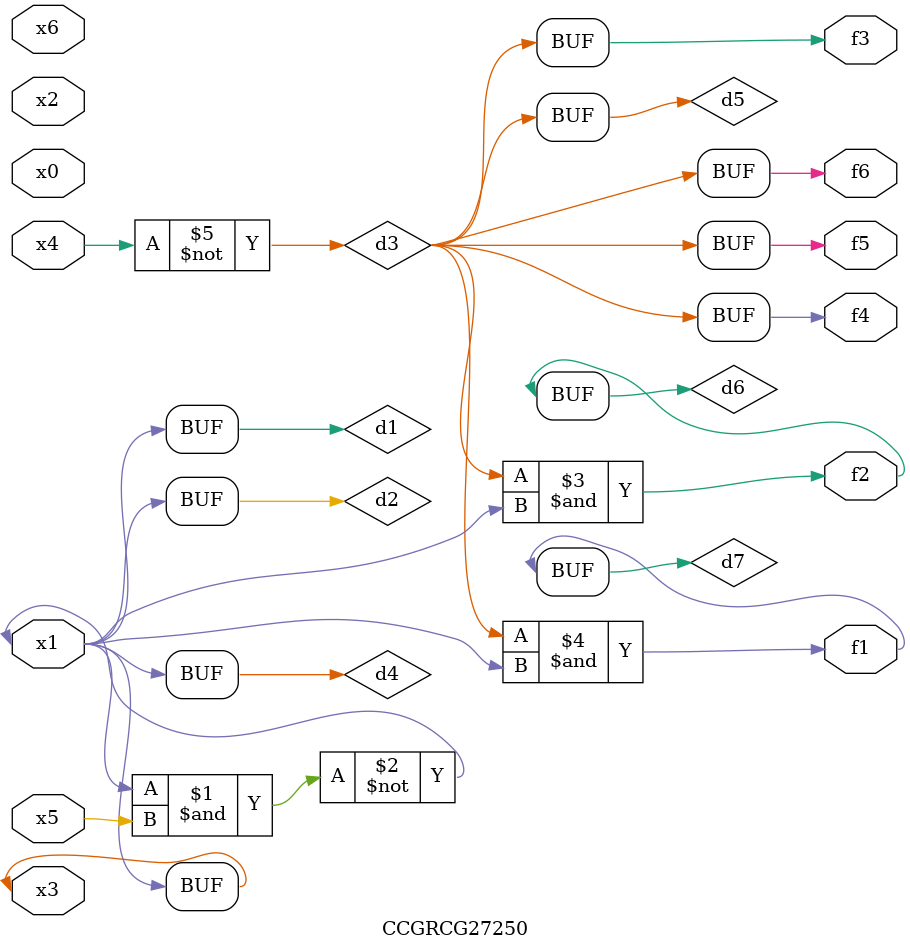
<source format=v>
module CCGRCG27250(
	input x0, x1, x2, x3, x4, x5, x6,
	output f1, f2, f3, f4, f5, f6
);

	wire d1, d2, d3, d4, d5, d6, d7;

	buf (d1, x1, x3);
	nand (d2, x1, x5);
	not (d3, x4);
	buf (d4, d1, d2);
	buf (d5, d3);
	and (d6, d3, d4);
	and (d7, d3, d4);
	assign f1 = d7;
	assign f2 = d6;
	assign f3 = d5;
	assign f4 = d5;
	assign f5 = d5;
	assign f6 = d5;
endmodule

</source>
